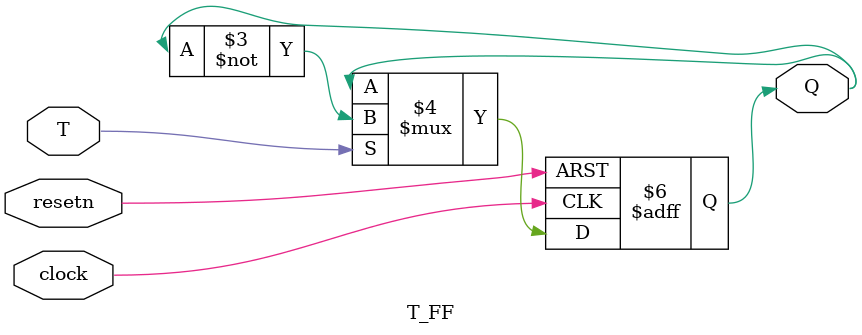
<source format=v>
module T_FF(input T, clock, resetn, output reg Q);
	always @ (negedge resetn, posedge clock)
		if (~resetn)
			Q <= 1'b0;
		else if (T)
			Q <= ~Q;
endmodule

</source>
